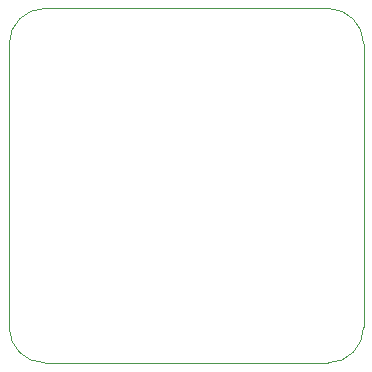
<source format=gbr>
%TF.GenerationSoftware,KiCad,Pcbnew,7.0.11*%
%TF.CreationDate,2025-03-31T22:51:49+09:00*%
%TF.ProjectId,sch16t_evt,73636831-3674-45f6-9576-742e6b696361,rev?*%
%TF.SameCoordinates,Original*%
%TF.FileFunction,Profile,NP*%
%FSLAX46Y46*%
G04 Gerber Fmt 4.6, Leading zero omitted, Abs format (unit mm)*
G04 Created by KiCad (PCBNEW 7.0.11) date 2025-03-31 22:51:49*
%MOMM*%
%LPD*%
G01*
G04 APERTURE LIST*
%TA.AperFunction,Profile*%
%ADD10C,0.050000*%
%TD*%
G04 APERTURE END LIST*
D10*
X138000000Y-85000000D02*
G75*
G03*
X135000000Y-88000000I0J-3000000D01*
G01*
X165000000Y-88000000D02*
G75*
G03*
X162000000Y-85000000I-3000000J0D01*
G01*
X162000000Y-115000000D02*
G75*
G03*
X165000000Y-112000000I0J3000000D01*
G01*
X162000000Y-115000000D02*
X138000000Y-115000000D01*
X138000000Y-85000000D02*
X162000000Y-85000000D01*
X135000000Y-112000000D02*
G75*
G03*
X138000000Y-115000000I3000000J0D01*
G01*
X165000000Y-88000000D02*
X165000000Y-112000000D01*
X135000000Y-112000000D02*
X135000000Y-88000000D01*
M02*

</source>
